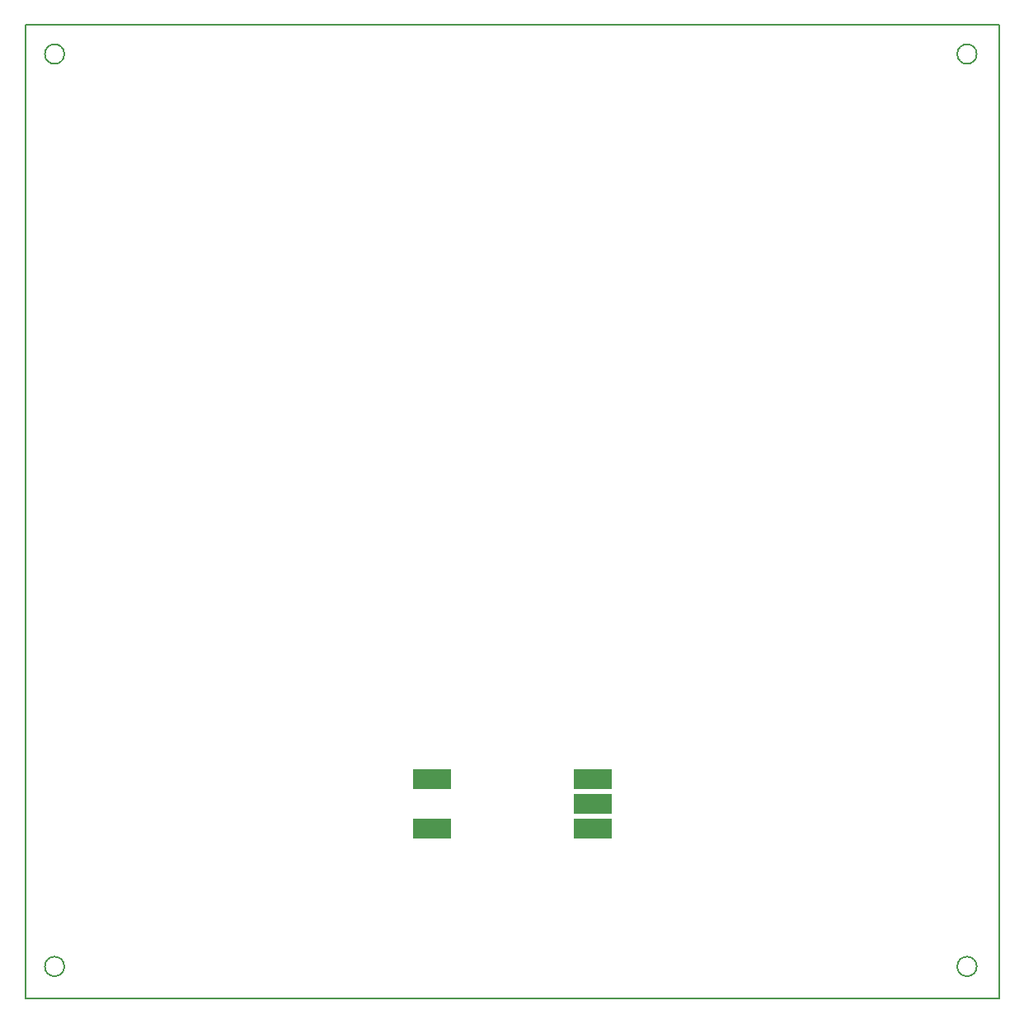
<source format=gbr>
%TF.GenerationSoftware,KiCad,Pcbnew,(5.0.0)*%
%TF.CreationDate,2020-03-23T14:18:08+01:00*%
%TF.ProjectId,Schaltplan_Modul1,536368616C74706C616E5F4D6F64756C,rev?*%
%TF.SameCoordinates,Original*%
%TF.FileFunction,Paste,Bot*%
%TF.FilePolarity,Positive*%
%FSLAX46Y46*%
G04 Gerber Fmt 4.6, Leading zero omitted, Abs format (unit mm)*
G04 Created by KiCad (PCBNEW (5.0.0)) date 03/23/20 14:18:08*
%MOMM*%
%LPD*%
G01*
G04 APERTURE LIST*
%ADD10C,0.200000*%
%ADD11R,4.000000X2.000000*%
G04 APERTURE END LIST*
D10*
X197695000Y-146695000D02*
G75*
G03X197695000Y-146695000I-1000000J0D01*
G01*
X197695000Y-53000000D02*
G75*
G03X197695000Y-53000000I-1000000J0D01*
G01*
X104000000Y-53000000D02*
G75*
G03X104000000Y-53000000I-1000000J0D01*
G01*
X104000000Y-146695000D02*
G75*
G03X104000000Y-146695000I-1000000J0D01*
G01*
X100000000Y-150000000D02*
X200000000Y-150000000D01*
X100000000Y-50000000D02*
X100000000Y-150000000D01*
X200000000Y-50000000D02*
X200000000Y-150000000D01*
X100000000Y-50000000D02*
X200000000Y-50000000D01*
D11*
%TO.C,R_POT1*%
X141750000Y-132500000D03*
X141750000Y-127500000D03*
X158250000Y-132500000D03*
X158250000Y-130000000D03*
X158250000Y-127500000D03*
%TD*%
M02*

</source>
